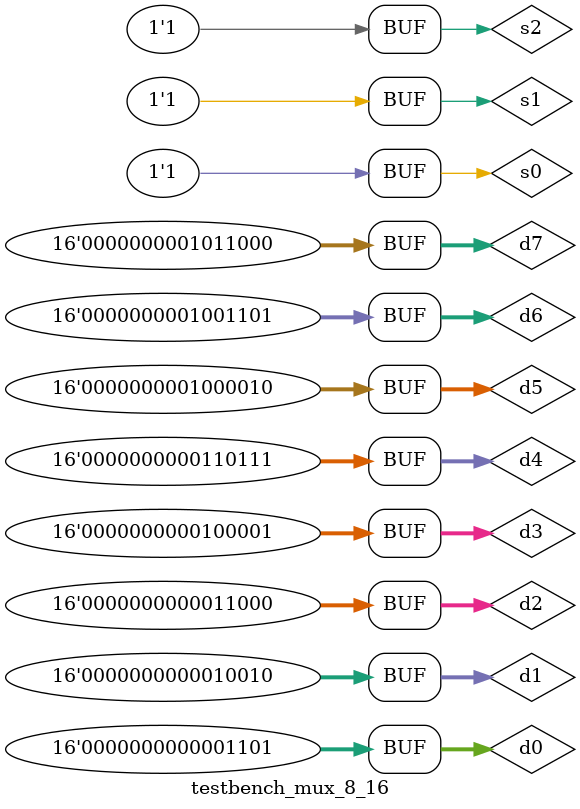
<source format=v>
module mux(y,s,d0,d1);
	input d0,d1,s;
	output y;
	wire t1,t2,sbar;
	nand(sbar,s,s);
	nand(t1,d1,s);
	nand(t2,d0,sbar);
	nand(y,t1,t2);
endmodule

module mux_16(y,s,d0,d1);
	input [15:0]s;
	input [15:0]d0,d1;
	output[15:0]y;
	mux mux_1[15:0](y,s,d0,d1);
endmodule

module mux_4_16(y,s0,s1,d0,d1,d2,d3);
	output [15:0]y;
	input s0,s1;
	input[15:0]d0,d1,d2,d3;
	wire[15:0]a,b;
	mux_16 mux_16_1(a,s1,d0,d1);
	mux_16 mux_16_2(b,s1,d2,d3);
	mux_16 mux_16_3(y,s0,a,b);
endmodule	

module mux_8_16(y,s0,s1,s2,d0,d1,d2,d3,d4,d5,d6,d7);
	output [15:0]y;
	input s0,s1,s2;
	input[15:0] d0,d1,d2,d3,d4,d5,d6,d7;
	wire[15:0]a,b;
	mux_4_16 mux_4_16_1(a,s1,s2,d0,d1,d2,d3);
	mux_4_16 mux_4_16_2(b,s1,s2,d4,d5,d6,d7);
	mux_16 mux_16_1(y,s0,a,b);
endmodule	

module testbench_mux_8_16();
	wire y;
	reg[15:0] d0,d1,d2,d3,d4,d5,d6,d7;
	reg s0,s1,s2;
	mux_8_16 a(y,s0,s1,s2,d0,d1,d2,d3,d4,d5,d6,d7);
	initial
		begin
			d0=13; d1=18; d2=24; d3=33; d4=55; d5=66; d6=77; d7=88;
			s0=0; s1=0; s2=0; #10;
			s0=0; s1=0; s2=1; #10;
			s0=0; s1=1; s2=0; #10;
			s0=0; s1=1; s2=1; #10;
			s0=1; s1=0; s2=0; #10;
			s0=1; s1=0; s2=1; #10;
			s0=1; s1=1; s2=0; #10;
			s0=1; s1=1; s2=1; #10;
		end
			
endmodule
</source>
